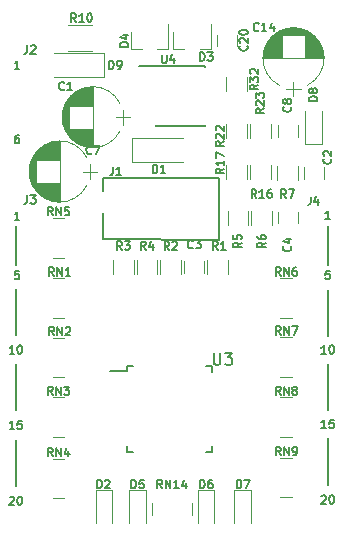
<source format=gbr>
G04 #@! TF.FileFunction,Legend,Top*
%FSLAX46Y46*%
G04 Gerber Fmt 4.6, Leading zero omitted, Abs format (unit mm)*
G04 Created by KiCad (PCBNEW 4.0.7) date 07/20/18 15:04:26*
%MOMM*%
%LPD*%
G01*
G04 APERTURE LIST*
%ADD10C,0.100000*%
%ADD11C,0.200000*%
%ADD12C,0.175000*%
%ADD13C,0.120000*%
%ADD14C,0.150000*%
G04 APERTURE END LIST*
D10*
D11*
X95800000Y-115300000D02*
X95800000Y-118600000D01*
X95800000Y-120650000D02*
X95800000Y-124550000D01*
X95800000Y-127000000D02*
X95800000Y-130900000D01*
X95800000Y-133400000D02*
X95800000Y-137300000D01*
X122200000Y-133300000D02*
X122200000Y-137200000D01*
X122200000Y-127000000D02*
X122200000Y-130900000D01*
X122200000Y-120700000D02*
X122200000Y-124600000D01*
X122200000Y-115300000D02*
X122200000Y-118600000D01*
D12*
X96033334Y-107616667D02*
X95900000Y-107616667D01*
X95833334Y-107650000D01*
X95800000Y-107683333D01*
X95733334Y-107783333D01*
X95700000Y-107916667D01*
X95700000Y-108183333D01*
X95733334Y-108250000D01*
X95766667Y-108283333D01*
X95833334Y-108316667D01*
X95966667Y-108316667D01*
X96033334Y-108283333D01*
X96066667Y-108250000D01*
X96100000Y-108183333D01*
X96100000Y-108016667D01*
X96066667Y-107950000D01*
X96033334Y-107916667D01*
X95966667Y-107883333D01*
X95833334Y-107883333D01*
X95766667Y-107916667D01*
X95733334Y-107950000D01*
X95700000Y-108016667D01*
X96100000Y-102016667D02*
X95700000Y-102016667D01*
X95900000Y-102016667D02*
X95900000Y-101316667D01*
X95833334Y-101416667D01*
X95766667Y-101483333D01*
X95700000Y-101516667D01*
X95266666Y-138283333D02*
X95300000Y-138250000D01*
X95366666Y-138216667D01*
X95533333Y-138216667D01*
X95600000Y-138250000D01*
X95633333Y-138283333D01*
X95666666Y-138350000D01*
X95666666Y-138416667D01*
X95633333Y-138516667D01*
X95233333Y-138916667D01*
X95666666Y-138916667D01*
X96100000Y-138216667D02*
X96166667Y-138216667D01*
X96233333Y-138250000D01*
X96266667Y-138283333D01*
X96300000Y-138350000D01*
X96333333Y-138483333D01*
X96333333Y-138650000D01*
X96300000Y-138783333D01*
X96266667Y-138850000D01*
X96233333Y-138883333D01*
X96166667Y-138916667D01*
X96100000Y-138916667D01*
X96033333Y-138883333D01*
X96000000Y-138850000D01*
X95966667Y-138783333D01*
X95933333Y-138650000D01*
X95933333Y-138483333D01*
X95966667Y-138350000D01*
X96000000Y-138283333D01*
X96033333Y-138250000D01*
X96100000Y-138216667D01*
X95666666Y-132516667D02*
X95266666Y-132516667D01*
X95466666Y-132516667D02*
X95466666Y-131816667D01*
X95400000Y-131916667D01*
X95333333Y-131983333D01*
X95266666Y-132016667D01*
X96300000Y-131816667D02*
X95966667Y-131816667D01*
X95933333Y-132150000D01*
X95966667Y-132116667D01*
X96033333Y-132083333D01*
X96200000Y-132083333D01*
X96266667Y-132116667D01*
X96300000Y-132150000D01*
X96333333Y-132216667D01*
X96333333Y-132383333D01*
X96300000Y-132450000D01*
X96266667Y-132483333D01*
X96200000Y-132516667D01*
X96033333Y-132516667D01*
X95966667Y-132483333D01*
X95933333Y-132450000D01*
X95666666Y-126116667D02*
X95266666Y-126116667D01*
X95466666Y-126116667D02*
X95466666Y-125416667D01*
X95400000Y-125516667D01*
X95333333Y-125583333D01*
X95266666Y-125616667D01*
X96100000Y-125416667D02*
X96166667Y-125416667D01*
X96233333Y-125450000D01*
X96266667Y-125483333D01*
X96300000Y-125550000D01*
X96333333Y-125683333D01*
X96333333Y-125850000D01*
X96300000Y-125983333D01*
X96266667Y-126050000D01*
X96233333Y-126083333D01*
X96166667Y-126116667D01*
X96100000Y-126116667D01*
X96033333Y-126083333D01*
X96000000Y-126050000D01*
X95966667Y-125983333D01*
X95933333Y-125850000D01*
X95933333Y-125683333D01*
X95966667Y-125550000D01*
X96000000Y-125483333D01*
X96033333Y-125450000D01*
X96100000Y-125416667D01*
X96066667Y-119116667D02*
X95733334Y-119116667D01*
X95700000Y-119450000D01*
X95733334Y-119416667D01*
X95800000Y-119383333D01*
X95966667Y-119383333D01*
X96033334Y-119416667D01*
X96066667Y-119450000D01*
X96100000Y-119516667D01*
X96100000Y-119683333D01*
X96066667Y-119750000D01*
X96033334Y-119783333D01*
X95966667Y-119816667D01*
X95800000Y-119816667D01*
X95733334Y-119783333D01*
X95700000Y-119750000D01*
X96100000Y-114816667D02*
X95700000Y-114816667D01*
X95900000Y-114816667D02*
X95900000Y-114116667D01*
X95833334Y-114216667D01*
X95766667Y-114283333D01*
X95700000Y-114316667D01*
X121666666Y-138183333D02*
X121700000Y-138150000D01*
X121766666Y-138116667D01*
X121933333Y-138116667D01*
X122000000Y-138150000D01*
X122033333Y-138183333D01*
X122066666Y-138250000D01*
X122066666Y-138316667D01*
X122033333Y-138416667D01*
X121633333Y-138816667D01*
X122066666Y-138816667D01*
X122500000Y-138116667D02*
X122566667Y-138116667D01*
X122633333Y-138150000D01*
X122666667Y-138183333D01*
X122700000Y-138250000D01*
X122733333Y-138383333D01*
X122733333Y-138550000D01*
X122700000Y-138683333D01*
X122666667Y-138750000D01*
X122633333Y-138783333D01*
X122566667Y-138816667D01*
X122500000Y-138816667D01*
X122433333Y-138783333D01*
X122400000Y-138750000D01*
X122366667Y-138683333D01*
X122333333Y-138550000D01*
X122333333Y-138383333D01*
X122366667Y-138250000D01*
X122400000Y-138183333D01*
X122433333Y-138150000D01*
X122500000Y-138116667D01*
X122066666Y-132416667D02*
X121666666Y-132416667D01*
X121866666Y-132416667D02*
X121866666Y-131716667D01*
X121800000Y-131816667D01*
X121733333Y-131883333D01*
X121666666Y-131916667D01*
X122700000Y-131716667D02*
X122366667Y-131716667D01*
X122333333Y-132050000D01*
X122366667Y-132016667D01*
X122433333Y-131983333D01*
X122600000Y-131983333D01*
X122666667Y-132016667D01*
X122700000Y-132050000D01*
X122733333Y-132116667D01*
X122733333Y-132283333D01*
X122700000Y-132350000D01*
X122666667Y-132383333D01*
X122600000Y-132416667D01*
X122433333Y-132416667D01*
X122366667Y-132383333D01*
X122333333Y-132350000D01*
X122066666Y-126116667D02*
X121666666Y-126116667D01*
X121866666Y-126116667D02*
X121866666Y-125416667D01*
X121800000Y-125516667D01*
X121733333Y-125583333D01*
X121666666Y-125616667D01*
X122500000Y-125416667D02*
X122566667Y-125416667D01*
X122633333Y-125450000D01*
X122666667Y-125483333D01*
X122700000Y-125550000D01*
X122733333Y-125683333D01*
X122733333Y-125850000D01*
X122700000Y-125983333D01*
X122666667Y-126050000D01*
X122633333Y-126083333D01*
X122566667Y-126116667D01*
X122500000Y-126116667D01*
X122433333Y-126083333D01*
X122400000Y-126050000D01*
X122366667Y-125983333D01*
X122333333Y-125850000D01*
X122333333Y-125683333D01*
X122366667Y-125550000D01*
X122400000Y-125483333D01*
X122433333Y-125450000D01*
X122500000Y-125416667D01*
X122366667Y-119116667D02*
X122033334Y-119116667D01*
X122000000Y-119450000D01*
X122033334Y-119416667D01*
X122100000Y-119383333D01*
X122266667Y-119383333D01*
X122333334Y-119416667D01*
X122366667Y-119450000D01*
X122400000Y-119516667D01*
X122400000Y-119683333D01*
X122366667Y-119750000D01*
X122333334Y-119783333D01*
X122266667Y-119816667D01*
X122100000Y-119816667D01*
X122033334Y-119783333D01*
X122000000Y-119750000D01*
X122400000Y-114716667D02*
X122000000Y-114716667D01*
X122200000Y-114716667D02*
X122200000Y-114016667D01*
X122133334Y-114116667D01*
X122066667Y-114183333D01*
X122000000Y-114216667D01*
D13*
X120150000Y-110300000D02*
X120150000Y-111300000D01*
X121850000Y-111300000D02*
X121850000Y-110300000D01*
X110050000Y-118300000D02*
X110050000Y-119300000D01*
X111750000Y-119300000D02*
X111750000Y-118300000D01*
X117950000Y-114100000D02*
X117950000Y-115100000D01*
X119650000Y-115100000D02*
X119650000Y-114100000D01*
X112850000Y-99100000D02*
X112850000Y-100100000D01*
X114550000Y-100100000D02*
X114550000Y-99100000D01*
X117950000Y-106800000D02*
X117950000Y-107800000D01*
X119650000Y-107800000D02*
X119650000Y-106800000D01*
X109950000Y-107900000D02*
X105650000Y-107900000D01*
X105650000Y-107900000D02*
X105650000Y-109900000D01*
X105650000Y-109900000D02*
X109950000Y-109900000D01*
X109120000Y-100360000D02*
X110050000Y-100360000D01*
X112280000Y-100360000D02*
X111350000Y-100360000D01*
X112280000Y-100360000D02*
X112280000Y-98200000D01*
X109120000Y-100360000D02*
X109120000Y-98900000D01*
X105520000Y-100360000D02*
X106450000Y-100360000D01*
X108680000Y-100360000D02*
X107750000Y-100360000D01*
X108680000Y-100360000D02*
X108680000Y-98200000D01*
X105520000Y-100360000D02*
X105520000Y-98900000D01*
D14*
X113009003Y-111279913D02*
X112999003Y-116459913D01*
X103179003Y-111279913D02*
X113009003Y-111279913D01*
X103179003Y-112379913D02*
X103179003Y-111279913D01*
X103149003Y-116449913D02*
X103149003Y-114249913D01*
X112999003Y-116459913D02*
X103149003Y-116449913D01*
D13*
X115620000Y-111350000D02*
X115620000Y-110150000D01*
X117380000Y-110150000D02*
X117380000Y-111350000D01*
X113620000Y-111350000D02*
X113620000Y-110150000D01*
X115380000Y-110150000D02*
X115380000Y-111350000D01*
X113780000Y-118200000D02*
X113780000Y-119400000D01*
X112020000Y-119400000D02*
X112020000Y-118200000D01*
X115380000Y-106650000D02*
X115380000Y-107850000D01*
X113620000Y-107850000D02*
X113620000Y-106650000D01*
X108020000Y-119400000D02*
X108020000Y-118200000D01*
X109780000Y-118200000D02*
X109780000Y-119400000D01*
X117380000Y-106650000D02*
X117380000Y-107850000D01*
X115620000Y-107850000D02*
X115620000Y-106650000D01*
X104020000Y-119400000D02*
X104020000Y-118200000D01*
X105780000Y-118200000D02*
X105780000Y-119400000D01*
X106020000Y-119400000D02*
X106020000Y-118200000D01*
X107780000Y-118200000D02*
X107780000Y-119400000D01*
X113720000Y-115200000D02*
X113720000Y-114000000D01*
X115480000Y-114000000D02*
X115480000Y-115200000D01*
X117480000Y-114000000D02*
X117480000Y-115200000D01*
X115720000Y-115200000D02*
X115720000Y-114000000D01*
X119680000Y-110200000D02*
X119680000Y-111400000D01*
X117920000Y-111400000D02*
X117920000Y-110200000D01*
X98900000Y-119720000D02*
X99900000Y-119720000D01*
X98900000Y-123080000D02*
X99900000Y-123080000D01*
X98900000Y-124770000D02*
X99900000Y-124770000D01*
X98900000Y-128130000D02*
X99900000Y-128130000D01*
X98900000Y-129820000D02*
X99900000Y-129820000D01*
X98900000Y-133180000D02*
X99900000Y-133180000D01*
X98900000Y-135020000D02*
X99900000Y-135020000D01*
X98900000Y-138380000D02*
X99900000Y-138380000D01*
X119200000Y-138280000D02*
X118200000Y-138280000D01*
X119200000Y-134920000D02*
X118200000Y-134920000D01*
X119200000Y-133180000D02*
X118200000Y-133180000D01*
X119200000Y-129820000D02*
X118200000Y-129820000D01*
D14*
X107625000Y-101725000D02*
X107625000Y-101775000D01*
X111775000Y-101725000D02*
X111775000Y-101870000D01*
X111775000Y-106875000D02*
X111775000Y-106730000D01*
X107625000Y-106875000D02*
X107625000Y-106730000D01*
X107625000Y-101725000D02*
X111775000Y-101725000D01*
X107625000Y-106875000D02*
X111775000Y-106875000D01*
X107625000Y-101775000D02*
X106225000Y-101775000D01*
X105175000Y-127175000D02*
X105175000Y-127625000D01*
X112425000Y-127175000D02*
X112425000Y-127700000D01*
X112425000Y-134425000D02*
X112425000Y-133900000D01*
X105175000Y-134425000D02*
X105175000Y-133900000D01*
X105175000Y-127175000D02*
X105700000Y-127175000D01*
X105175000Y-134425000D02*
X105700000Y-134425000D01*
X112425000Y-134425000D02*
X111900000Y-134425000D01*
X112425000Y-127175000D02*
X111900000Y-127175000D01*
X105175000Y-127625000D02*
X103800000Y-127625000D01*
D13*
X98900000Y-114620000D02*
X99900000Y-114620000D01*
X98900000Y-117980000D02*
X99900000Y-117980000D01*
X119200000Y-123080000D02*
X118200000Y-123080000D01*
X119200000Y-119720000D02*
X118200000Y-119720000D01*
X119200000Y-128080000D02*
X118200000Y-128080000D01*
X119200000Y-124720000D02*
X118200000Y-124720000D01*
X103950000Y-137700000D02*
X102550000Y-137700000D01*
X102550000Y-137700000D02*
X102550000Y-140500000D01*
X103950000Y-137700000D02*
X103950000Y-140500000D01*
X106800000Y-137700000D02*
X105400000Y-137700000D01*
X105400000Y-137700000D02*
X105400000Y-140500000D01*
X106800000Y-137700000D02*
X106800000Y-140500000D01*
X112600000Y-137700000D02*
X111200000Y-137700000D01*
X111200000Y-137700000D02*
X111200000Y-140500000D01*
X112600000Y-137700000D02*
X112600000Y-140500000D01*
X115700000Y-137700000D02*
X114300000Y-137700000D01*
X114300000Y-137700000D02*
X114300000Y-140500000D01*
X115700000Y-137700000D02*
X115700000Y-140500000D01*
X107320000Y-139750000D02*
X107320000Y-138750000D01*
X110680000Y-139750000D02*
X110680000Y-138750000D01*
X102250000Y-100470000D02*
X100250000Y-100470000D01*
X100250000Y-98330000D02*
X102250000Y-98330000D01*
X99994278Y-107279723D02*
G75*
G03X104605580Y-107280000I2305722J1179723D01*
G01*
X99994278Y-104920277D02*
G75*
G02X104605580Y-104920000I2305722J-1179723D01*
G01*
X99994278Y-104920277D02*
G75*
G03X99994420Y-107280000I2305722J-1179723D01*
G01*
X102300000Y-108650000D02*
X102300000Y-103550000D01*
X102260000Y-108650000D02*
X102260000Y-107080000D01*
X102260000Y-105120000D02*
X102260000Y-103550000D01*
X102220000Y-108649000D02*
X102220000Y-107080000D01*
X102220000Y-105120000D02*
X102220000Y-103551000D01*
X102180000Y-108648000D02*
X102180000Y-107080000D01*
X102180000Y-105120000D02*
X102180000Y-103552000D01*
X102140000Y-108646000D02*
X102140000Y-107080000D01*
X102140000Y-105120000D02*
X102140000Y-103554000D01*
X102100000Y-108643000D02*
X102100000Y-107080000D01*
X102100000Y-105120000D02*
X102100000Y-103557000D01*
X102060000Y-108639000D02*
X102060000Y-107080000D01*
X102060000Y-105120000D02*
X102060000Y-103561000D01*
X102020000Y-108635000D02*
X102020000Y-107080000D01*
X102020000Y-105120000D02*
X102020000Y-103565000D01*
X101980000Y-108631000D02*
X101980000Y-107080000D01*
X101980000Y-105120000D02*
X101980000Y-103569000D01*
X101940000Y-108625000D02*
X101940000Y-107080000D01*
X101940000Y-105120000D02*
X101940000Y-103575000D01*
X101900000Y-108619000D02*
X101900000Y-107080000D01*
X101900000Y-105120000D02*
X101900000Y-103581000D01*
X101860000Y-108613000D02*
X101860000Y-107080000D01*
X101860000Y-105120000D02*
X101860000Y-103587000D01*
X101820000Y-108606000D02*
X101820000Y-107080000D01*
X101820000Y-105120000D02*
X101820000Y-103594000D01*
X101780000Y-108598000D02*
X101780000Y-107080000D01*
X101780000Y-105120000D02*
X101780000Y-103602000D01*
X101740000Y-108589000D02*
X101740000Y-107080000D01*
X101740000Y-105120000D02*
X101740000Y-103611000D01*
X101700000Y-108580000D02*
X101700000Y-107080000D01*
X101700000Y-105120000D02*
X101700000Y-103620000D01*
X101660000Y-108570000D02*
X101660000Y-107080000D01*
X101660000Y-105120000D02*
X101660000Y-103630000D01*
X101620000Y-108560000D02*
X101620000Y-107080000D01*
X101620000Y-105120000D02*
X101620000Y-103640000D01*
X101579000Y-108548000D02*
X101579000Y-107080000D01*
X101579000Y-105120000D02*
X101579000Y-103652000D01*
X101539000Y-108536000D02*
X101539000Y-107080000D01*
X101539000Y-105120000D02*
X101539000Y-103664000D01*
X101499000Y-108524000D02*
X101499000Y-107080000D01*
X101499000Y-105120000D02*
X101499000Y-103676000D01*
X101459000Y-108510000D02*
X101459000Y-107080000D01*
X101459000Y-105120000D02*
X101459000Y-103690000D01*
X101419000Y-108496000D02*
X101419000Y-107080000D01*
X101419000Y-105120000D02*
X101419000Y-103704000D01*
X101379000Y-108482000D02*
X101379000Y-107080000D01*
X101379000Y-105120000D02*
X101379000Y-103718000D01*
X101339000Y-108466000D02*
X101339000Y-107080000D01*
X101339000Y-105120000D02*
X101339000Y-103734000D01*
X101299000Y-108450000D02*
X101299000Y-107080000D01*
X101299000Y-105120000D02*
X101299000Y-103750000D01*
X101259000Y-108433000D02*
X101259000Y-107080000D01*
X101259000Y-105120000D02*
X101259000Y-103767000D01*
X101219000Y-108415000D02*
X101219000Y-107080000D01*
X101219000Y-105120000D02*
X101219000Y-103785000D01*
X101179000Y-108396000D02*
X101179000Y-107080000D01*
X101179000Y-105120000D02*
X101179000Y-103804000D01*
X101139000Y-108376000D02*
X101139000Y-107080000D01*
X101139000Y-105120000D02*
X101139000Y-103824000D01*
X101099000Y-108356000D02*
X101099000Y-107080000D01*
X101099000Y-105120000D02*
X101099000Y-103844000D01*
X101059000Y-108334000D02*
X101059000Y-107080000D01*
X101059000Y-105120000D02*
X101059000Y-103866000D01*
X101019000Y-108312000D02*
X101019000Y-107080000D01*
X101019000Y-105120000D02*
X101019000Y-103888000D01*
X100979000Y-108289000D02*
X100979000Y-107080000D01*
X100979000Y-105120000D02*
X100979000Y-103911000D01*
X100939000Y-108265000D02*
X100939000Y-107080000D01*
X100939000Y-105120000D02*
X100939000Y-103935000D01*
X100899000Y-108240000D02*
X100899000Y-107080000D01*
X100899000Y-105120000D02*
X100899000Y-103960000D01*
X100859000Y-108213000D02*
X100859000Y-107080000D01*
X100859000Y-105120000D02*
X100859000Y-103987000D01*
X100819000Y-108186000D02*
X100819000Y-107080000D01*
X100819000Y-105120000D02*
X100819000Y-104014000D01*
X100779000Y-108158000D02*
X100779000Y-107080000D01*
X100779000Y-105120000D02*
X100779000Y-104042000D01*
X100739000Y-108128000D02*
X100739000Y-107080000D01*
X100739000Y-105120000D02*
X100739000Y-104072000D01*
X100699000Y-108097000D02*
X100699000Y-107080000D01*
X100699000Y-105120000D02*
X100699000Y-104103000D01*
X100659000Y-108065000D02*
X100659000Y-107080000D01*
X100659000Y-105120000D02*
X100659000Y-104135000D01*
X100619000Y-108032000D02*
X100619000Y-107080000D01*
X100619000Y-105120000D02*
X100619000Y-104168000D01*
X100579000Y-107997000D02*
X100579000Y-107080000D01*
X100579000Y-105120000D02*
X100579000Y-104203000D01*
X100539000Y-107961000D02*
X100539000Y-107080000D01*
X100539000Y-105120000D02*
X100539000Y-104239000D01*
X100499000Y-107923000D02*
X100499000Y-107080000D01*
X100499000Y-105120000D02*
X100499000Y-104277000D01*
X100459000Y-107883000D02*
X100459000Y-107080000D01*
X100459000Y-105120000D02*
X100459000Y-104317000D01*
X100419000Y-107842000D02*
X100419000Y-107080000D01*
X100419000Y-105120000D02*
X100419000Y-104358000D01*
X100379000Y-107799000D02*
X100379000Y-107080000D01*
X100379000Y-105120000D02*
X100379000Y-104401000D01*
X100339000Y-107754000D02*
X100339000Y-107080000D01*
X100339000Y-105120000D02*
X100339000Y-104446000D01*
X100299000Y-107706000D02*
X100299000Y-104494000D01*
X100259000Y-107656000D02*
X100259000Y-104544000D01*
X100219000Y-107604000D02*
X100219000Y-104596000D01*
X100179000Y-107548000D02*
X100179000Y-104652000D01*
X100139000Y-107490000D02*
X100139000Y-104710000D01*
X100099000Y-107427000D02*
X100099000Y-104773000D01*
X100059000Y-107361000D02*
X100059000Y-104839000D01*
X100019000Y-107289000D02*
X100019000Y-104911000D01*
X99979000Y-107212000D02*
X99979000Y-104988000D01*
X99939000Y-107128000D02*
X99939000Y-105072000D01*
X99899000Y-107034000D02*
X99899000Y-105166000D01*
X99859000Y-106929000D02*
X99859000Y-105271000D01*
X99819000Y-106807000D02*
X99819000Y-105393000D01*
X99779000Y-106659000D02*
X99779000Y-105541000D01*
X99739000Y-106454000D02*
X99739000Y-105746000D01*
X105500000Y-106100000D02*
X104300000Y-106100000D01*
X104900000Y-106750000D02*
X104900000Y-105450000D01*
X97194278Y-111879723D02*
G75*
G03X101805580Y-111880000I2305722J1179723D01*
G01*
X97194278Y-109520277D02*
G75*
G02X101805580Y-109520000I2305722J-1179723D01*
G01*
X97194278Y-109520277D02*
G75*
G03X97194420Y-111880000I2305722J-1179723D01*
G01*
X99500000Y-113250000D02*
X99500000Y-108150000D01*
X99460000Y-113250000D02*
X99460000Y-111680000D01*
X99460000Y-109720000D02*
X99460000Y-108150000D01*
X99420000Y-113249000D02*
X99420000Y-111680000D01*
X99420000Y-109720000D02*
X99420000Y-108151000D01*
X99380000Y-113248000D02*
X99380000Y-111680000D01*
X99380000Y-109720000D02*
X99380000Y-108152000D01*
X99340000Y-113246000D02*
X99340000Y-111680000D01*
X99340000Y-109720000D02*
X99340000Y-108154000D01*
X99300000Y-113243000D02*
X99300000Y-111680000D01*
X99300000Y-109720000D02*
X99300000Y-108157000D01*
X99260000Y-113239000D02*
X99260000Y-111680000D01*
X99260000Y-109720000D02*
X99260000Y-108161000D01*
X99220000Y-113235000D02*
X99220000Y-111680000D01*
X99220000Y-109720000D02*
X99220000Y-108165000D01*
X99180000Y-113231000D02*
X99180000Y-111680000D01*
X99180000Y-109720000D02*
X99180000Y-108169000D01*
X99140000Y-113225000D02*
X99140000Y-111680000D01*
X99140000Y-109720000D02*
X99140000Y-108175000D01*
X99100000Y-113219000D02*
X99100000Y-111680000D01*
X99100000Y-109720000D02*
X99100000Y-108181000D01*
X99060000Y-113213000D02*
X99060000Y-111680000D01*
X99060000Y-109720000D02*
X99060000Y-108187000D01*
X99020000Y-113206000D02*
X99020000Y-111680000D01*
X99020000Y-109720000D02*
X99020000Y-108194000D01*
X98980000Y-113198000D02*
X98980000Y-111680000D01*
X98980000Y-109720000D02*
X98980000Y-108202000D01*
X98940000Y-113189000D02*
X98940000Y-111680000D01*
X98940000Y-109720000D02*
X98940000Y-108211000D01*
X98900000Y-113180000D02*
X98900000Y-111680000D01*
X98900000Y-109720000D02*
X98900000Y-108220000D01*
X98860000Y-113170000D02*
X98860000Y-111680000D01*
X98860000Y-109720000D02*
X98860000Y-108230000D01*
X98820000Y-113160000D02*
X98820000Y-111680000D01*
X98820000Y-109720000D02*
X98820000Y-108240000D01*
X98779000Y-113148000D02*
X98779000Y-111680000D01*
X98779000Y-109720000D02*
X98779000Y-108252000D01*
X98739000Y-113136000D02*
X98739000Y-111680000D01*
X98739000Y-109720000D02*
X98739000Y-108264000D01*
X98699000Y-113124000D02*
X98699000Y-111680000D01*
X98699000Y-109720000D02*
X98699000Y-108276000D01*
X98659000Y-113110000D02*
X98659000Y-111680000D01*
X98659000Y-109720000D02*
X98659000Y-108290000D01*
X98619000Y-113096000D02*
X98619000Y-111680000D01*
X98619000Y-109720000D02*
X98619000Y-108304000D01*
X98579000Y-113082000D02*
X98579000Y-111680000D01*
X98579000Y-109720000D02*
X98579000Y-108318000D01*
X98539000Y-113066000D02*
X98539000Y-111680000D01*
X98539000Y-109720000D02*
X98539000Y-108334000D01*
X98499000Y-113050000D02*
X98499000Y-111680000D01*
X98499000Y-109720000D02*
X98499000Y-108350000D01*
X98459000Y-113033000D02*
X98459000Y-111680000D01*
X98459000Y-109720000D02*
X98459000Y-108367000D01*
X98419000Y-113015000D02*
X98419000Y-111680000D01*
X98419000Y-109720000D02*
X98419000Y-108385000D01*
X98379000Y-112996000D02*
X98379000Y-111680000D01*
X98379000Y-109720000D02*
X98379000Y-108404000D01*
X98339000Y-112976000D02*
X98339000Y-111680000D01*
X98339000Y-109720000D02*
X98339000Y-108424000D01*
X98299000Y-112956000D02*
X98299000Y-111680000D01*
X98299000Y-109720000D02*
X98299000Y-108444000D01*
X98259000Y-112934000D02*
X98259000Y-111680000D01*
X98259000Y-109720000D02*
X98259000Y-108466000D01*
X98219000Y-112912000D02*
X98219000Y-111680000D01*
X98219000Y-109720000D02*
X98219000Y-108488000D01*
X98179000Y-112889000D02*
X98179000Y-111680000D01*
X98179000Y-109720000D02*
X98179000Y-108511000D01*
X98139000Y-112865000D02*
X98139000Y-111680000D01*
X98139000Y-109720000D02*
X98139000Y-108535000D01*
X98099000Y-112840000D02*
X98099000Y-111680000D01*
X98099000Y-109720000D02*
X98099000Y-108560000D01*
X98059000Y-112813000D02*
X98059000Y-111680000D01*
X98059000Y-109720000D02*
X98059000Y-108587000D01*
X98019000Y-112786000D02*
X98019000Y-111680000D01*
X98019000Y-109720000D02*
X98019000Y-108614000D01*
X97979000Y-112758000D02*
X97979000Y-111680000D01*
X97979000Y-109720000D02*
X97979000Y-108642000D01*
X97939000Y-112728000D02*
X97939000Y-111680000D01*
X97939000Y-109720000D02*
X97939000Y-108672000D01*
X97899000Y-112697000D02*
X97899000Y-111680000D01*
X97899000Y-109720000D02*
X97899000Y-108703000D01*
X97859000Y-112665000D02*
X97859000Y-111680000D01*
X97859000Y-109720000D02*
X97859000Y-108735000D01*
X97819000Y-112632000D02*
X97819000Y-111680000D01*
X97819000Y-109720000D02*
X97819000Y-108768000D01*
X97779000Y-112597000D02*
X97779000Y-111680000D01*
X97779000Y-109720000D02*
X97779000Y-108803000D01*
X97739000Y-112561000D02*
X97739000Y-111680000D01*
X97739000Y-109720000D02*
X97739000Y-108839000D01*
X97699000Y-112523000D02*
X97699000Y-111680000D01*
X97699000Y-109720000D02*
X97699000Y-108877000D01*
X97659000Y-112483000D02*
X97659000Y-111680000D01*
X97659000Y-109720000D02*
X97659000Y-108917000D01*
X97619000Y-112442000D02*
X97619000Y-111680000D01*
X97619000Y-109720000D02*
X97619000Y-108958000D01*
X97579000Y-112399000D02*
X97579000Y-111680000D01*
X97579000Y-109720000D02*
X97579000Y-109001000D01*
X97539000Y-112354000D02*
X97539000Y-111680000D01*
X97539000Y-109720000D02*
X97539000Y-109046000D01*
X97499000Y-112306000D02*
X97499000Y-109094000D01*
X97459000Y-112256000D02*
X97459000Y-109144000D01*
X97419000Y-112204000D02*
X97419000Y-109196000D01*
X97379000Y-112148000D02*
X97379000Y-109252000D01*
X97339000Y-112090000D02*
X97339000Y-109310000D01*
X97299000Y-112027000D02*
X97299000Y-109373000D01*
X97259000Y-111961000D02*
X97259000Y-109439000D01*
X97219000Y-111889000D02*
X97219000Y-109511000D01*
X97179000Y-111812000D02*
X97179000Y-109588000D01*
X97139000Y-111728000D02*
X97139000Y-109672000D01*
X97099000Y-111634000D02*
X97099000Y-109766000D01*
X97059000Y-111529000D02*
X97059000Y-109871000D01*
X97019000Y-111407000D02*
X97019000Y-109993000D01*
X96979000Y-111259000D02*
X96979000Y-110141000D01*
X96939000Y-111054000D02*
X96939000Y-110346000D01*
X102700000Y-110700000D02*
X101500000Y-110700000D01*
X102100000Y-111350000D02*
X102100000Y-110050000D01*
X118120277Y-98794278D02*
G75*
G03X118120000Y-103405580I1179723J-2305722D01*
G01*
X120479723Y-98794278D02*
G75*
G02X120480000Y-103405580I-1179723J-2305722D01*
G01*
X120479723Y-98794278D02*
G75*
G03X118120000Y-98794420I-1179723J-2305722D01*
G01*
X116750000Y-101100000D02*
X121850000Y-101100000D01*
X116750000Y-101060000D02*
X118320000Y-101060000D01*
X120280000Y-101060000D02*
X121850000Y-101060000D01*
X116751000Y-101020000D02*
X118320000Y-101020000D01*
X120280000Y-101020000D02*
X121849000Y-101020000D01*
X116752000Y-100980000D02*
X118320000Y-100980000D01*
X120280000Y-100980000D02*
X121848000Y-100980000D01*
X116754000Y-100940000D02*
X118320000Y-100940000D01*
X120280000Y-100940000D02*
X121846000Y-100940000D01*
X116757000Y-100900000D02*
X118320000Y-100900000D01*
X120280000Y-100900000D02*
X121843000Y-100900000D01*
X116761000Y-100860000D02*
X118320000Y-100860000D01*
X120280000Y-100860000D02*
X121839000Y-100860000D01*
X116765000Y-100820000D02*
X118320000Y-100820000D01*
X120280000Y-100820000D02*
X121835000Y-100820000D01*
X116769000Y-100780000D02*
X118320000Y-100780000D01*
X120280000Y-100780000D02*
X121831000Y-100780000D01*
X116775000Y-100740000D02*
X118320000Y-100740000D01*
X120280000Y-100740000D02*
X121825000Y-100740000D01*
X116781000Y-100700000D02*
X118320000Y-100700000D01*
X120280000Y-100700000D02*
X121819000Y-100700000D01*
X116787000Y-100660000D02*
X118320000Y-100660000D01*
X120280000Y-100660000D02*
X121813000Y-100660000D01*
X116794000Y-100620000D02*
X118320000Y-100620000D01*
X120280000Y-100620000D02*
X121806000Y-100620000D01*
X116802000Y-100580000D02*
X118320000Y-100580000D01*
X120280000Y-100580000D02*
X121798000Y-100580000D01*
X116811000Y-100540000D02*
X118320000Y-100540000D01*
X120280000Y-100540000D02*
X121789000Y-100540000D01*
X116820000Y-100500000D02*
X118320000Y-100500000D01*
X120280000Y-100500000D02*
X121780000Y-100500000D01*
X116830000Y-100460000D02*
X118320000Y-100460000D01*
X120280000Y-100460000D02*
X121770000Y-100460000D01*
X116840000Y-100420000D02*
X118320000Y-100420000D01*
X120280000Y-100420000D02*
X121760000Y-100420000D01*
X116852000Y-100379000D02*
X118320000Y-100379000D01*
X120280000Y-100379000D02*
X121748000Y-100379000D01*
X116864000Y-100339000D02*
X118320000Y-100339000D01*
X120280000Y-100339000D02*
X121736000Y-100339000D01*
X116876000Y-100299000D02*
X118320000Y-100299000D01*
X120280000Y-100299000D02*
X121724000Y-100299000D01*
X116890000Y-100259000D02*
X118320000Y-100259000D01*
X120280000Y-100259000D02*
X121710000Y-100259000D01*
X116904000Y-100219000D02*
X118320000Y-100219000D01*
X120280000Y-100219000D02*
X121696000Y-100219000D01*
X116918000Y-100179000D02*
X118320000Y-100179000D01*
X120280000Y-100179000D02*
X121682000Y-100179000D01*
X116934000Y-100139000D02*
X118320000Y-100139000D01*
X120280000Y-100139000D02*
X121666000Y-100139000D01*
X116950000Y-100099000D02*
X118320000Y-100099000D01*
X120280000Y-100099000D02*
X121650000Y-100099000D01*
X116967000Y-100059000D02*
X118320000Y-100059000D01*
X120280000Y-100059000D02*
X121633000Y-100059000D01*
X116985000Y-100019000D02*
X118320000Y-100019000D01*
X120280000Y-100019000D02*
X121615000Y-100019000D01*
X117004000Y-99979000D02*
X118320000Y-99979000D01*
X120280000Y-99979000D02*
X121596000Y-99979000D01*
X117024000Y-99939000D02*
X118320000Y-99939000D01*
X120280000Y-99939000D02*
X121576000Y-99939000D01*
X117044000Y-99899000D02*
X118320000Y-99899000D01*
X120280000Y-99899000D02*
X121556000Y-99899000D01*
X117066000Y-99859000D02*
X118320000Y-99859000D01*
X120280000Y-99859000D02*
X121534000Y-99859000D01*
X117088000Y-99819000D02*
X118320000Y-99819000D01*
X120280000Y-99819000D02*
X121512000Y-99819000D01*
X117111000Y-99779000D02*
X118320000Y-99779000D01*
X120280000Y-99779000D02*
X121489000Y-99779000D01*
X117135000Y-99739000D02*
X118320000Y-99739000D01*
X120280000Y-99739000D02*
X121465000Y-99739000D01*
X117160000Y-99699000D02*
X118320000Y-99699000D01*
X120280000Y-99699000D02*
X121440000Y-99699000D01*
X117187000Y-99659000D02*
X118320000Y-99659000D01*
X120280000Y-99659000D02*
X121413000Y-99659000D01*
X117214000Y-99619000D02*
X118320000Y-99619000D01*
X120280000Y-99619000D02*
X121386000Y-99619000D01*
X117242000Y-99579000D02*
X118320000Y-99579000D01*
X120280000Y-99579000D02*
X121358000Y-99579000D01*
X117272000Y-99539000D02*
X118320000Y-99539000D01*
X120280000Y-99539000D02*
X121328000Y-99539000D01*
X117303000Y-99499000D02*
X118320000Y-99499000D01*
X120280000Y-99499000D02*
X121297000Y-99499000D01*
X117335000Y-99459000D02*
X118320000Y-99459000D01*
X120280000Y-99459000D02*
X121265000Y-99459000D01*
X117368000Y-99419000D02*
X118320000Y-99419000D01*
X120280000Y-99419000D02*
X121232000Y-99419000D01*
X117403000Y-99379000D02*
X118320000Y-99379000D01*
X120280000Y-99379000D02*
X121197000Y-99379000D01*
X117439000Y-99339000D02*
X118320000Y-99339000D01*
X120280000Y-99339000D02*
X121161000Y-99339000D01*
X117477000Y-99299000D02*
X118320000Y-99299000D01*
X120280000Y-99299000D02*
X121123000Y-99299000D01*
X117517000Y-99259000D02*
X118320000Y-99259000D01*
X120280000Y-99259000D02*
X121083000Y-99259000D01*
X117558000Y-99219000D02*
X118320000Y-99219000D01*
X120280000Y-99219000D02*
X121042000Y-99219000D01*
X117601000Y-99179000D02*
X118320000Y-99179000D01*
X120280000Y-99179000D02*
X120999000Y-99179000D01*
X117646000Y-99139000D02*
X118320000Y-99139000D01*
X120280000Y-99139000D02*
X120954000Y-99139000D01*
X117694000Y-99099000D02*
X120906000Y-99099000D01*
X117744000Y-99059000D02*
X120856000Y-99059000D01*
X117796000Y-99019000D02*
X120804000Y-99019000D01*
X117852000Y-98979000D02*
X120748000Y-98979000D01*
X117910000Y-98939000D02*
X120690000Y-98939000D01*
X117973000Y-98899000D02*
X120627000Y-98899000D01*
X118039000Y-98859000D02*
X120561000Y-98859000D01*
X118111000Y-98819000D02*
X120489000Y-98819000D01*
X118188000Y-98779000D02*
X120412000Y-98779000D01*
X118272000Y-98739000D02*
X120328000Y-98739000D01*
X118366000Y-98699000D02*
X120234000Y-98699000D01*
X118471000Y-98659000D02*
X120129000Y-98659000D01*
X118593000Y-98619000D02*
X120007000Y-98619000D01*
X118741000Y-98579000D02*
X119859000Y-98579000D01*
X118946000Y-98539000D02*
X119654000Y-98539000D01*
X119300000Y-104300000D02*
X119300000Y-103100000D01*
X118650000Y-103700000D02*
X119950000Y-103700000D01*
X120300000Y-108400000D02*
X121700000Y-108400000D01*
X121700000Y-108400000D02*
X121700000Y-105600000D01*
X120300000Y-108400000D02*
X120300000Y-105600000D01*
X113620000Y-103900000D02*
X113620000Y-102700000D01*
X115380000Y-102700000D02*
X115380000Y-103900000D01*
X99000000Y-102700000D02*
X103300000Y-102700000D01*
X103300000Y-102700000D02*
X103300000Y-100700000D01*
X103300000Y-100700000D02*
X99000000Y-100700000D01*
D14*
X122450000Y-109616666D02*
X122483333Y-109650000D01*
X122516667Y-109750000D01*
X122516667Y-109816666D01*
X122483333Y-109916666D01*
X122416667Y-109983333D01*
X122350000Y-110016666D01*
X122216667Y-110050000D01*
X122116667Y-110050000D01*
X121983333Y-110016666D01*
X121916667Y-109983333D01*
X121850000Y-109916666D01*
X121816667Y-109816666D01*
X121816667Y-109750000D01*
X121850000Y-109650000D01*
X121883333Y-109616666D01*
X121883333Y-109350000D02*
X121850000Y-109316666D01*
X121816667Y-109250000D01*
X121816667Y-109083333D01*
X121850000Y-109016666D01*
X121883333Y-108983333D01*
X121950000Y-108950000D01*
X122016667Y-108950000D01*
X122116667Y-108983333D01*
X122516667Y-109383333D01*
X122516667Y-108950000D01*
X110783334Y-117150000D02*
X110750000Y-117183333D01*
X110650000Y-117216667D01*
X110583334Y-117216667D01*
X110483334Y-117183333D01*
X110416667Y-117116667D01*
X110383334Y-117050000D01*
X110350000Y-116916667D01*
X110350000Y-116816667D01*
X110383334Y-116683333D01*
X110416667Y-116616667D01*
X110483334Y-116550000D01*
X110583334Y-116516667D01*
X110650000Y-116516667D01*
X110750000Y-116550000D01*
X110783334Y-116583333D01*
X111016667Y-116516667D02*
X111450000Y-116516667D01*
X111216667Y-116783333D01*
X111316667Y-116783333D01*
X111383334Y-116816667D01*
X111416667Y-116850000D01*
X111450000Y-116916667D01*
X111450000Y-117083333D01*
X111416667Y-117150000D01*
X111383334Y-117183333D01*
X111316667Y-117216667D01*
X111116667Y-117216667D01*
X111050000Y-117183333D01*
X111016667Y-117150000D01*
X119050000Y-117016666D02*
X119083333Y-117050000D01*
X119116667Y-117150000D01*
X119116667Y-117216666D01*
X119083333Y-117316666D01*
X119016667Y-117383333D01*
X118950000Y-117416666D01*
X118816667Y-117450000D01*
X118716667Y-117450000D01*
X118583333Y-117416666D01*
X118516667Y-117383333D01*
X118450000Y-117316666D01*
X118416667Y-117216666D01*
X118416667Y-117150000D01*
X118450000Y-117050000D01*
X118483333Y-117016666D01*
X118650000Y-116416666D02*
X119116667Y-116416666D01*
X118383333Y-116583333D02*
X118883333Y-116750000D01*
X118883333Y-116316666D01*
X115350000Y-100050000D02*
X115383333Y-100083334D01*
X115416667Y-100183334D01*
X115416667Y-100250000D01*
X115383333Y-100350000D01*
X115316667Y-100416667D01*
X115250000Y-100450000D01*
X115116667Y-100483334D01*
X115016667Y-100483334D01*
X114883333Y-100450000D01*
X114816667Y-100416667D01*
X114750000Y-100350000D01*
X114716667Y-100250000D01*
X114716667Y-100183334D01*
X114750000Y-100083334D01*
X114783333Y-100050000D01*
X114783333Y-99783334D02*
X114750000Y-99750000D01*
X114716667Y-99683334D01*
X114716667Y-99516667D01*
X114750000Y-99450000D01*
X114783333Y-99416667D01*
X114850000Y-99383334D01*
X114916667Y-99383334D01*
X115016667Y-99416667D01*
X115416667Y-99816667D01*
X115416667Y-99383334D01*
X114716667Y-98950000D02*
X114716667Y-98883333D01*
X114750000Y-98816667D01*
X114783333Y-98783333D01*
X114850000Y-98750000D01*
X114983333Y-98716667D01*
X115150000Y-98716667D01*
X115283333Y-98750000D01*
X115350000Y-98783333D01*
X115383333Y-98816667D01*
X115416667Y-98883333D01*
X115416667Y-98950000D01*
X115383333Y-99016667D01*
X115350000Y-99050000D01*
X115283333Y-99083333D01*
X115150000Y-99116667D01*
X114983333Y-99116667D01*
X114850000Y-99083333D01*
X114783333Y-99050000D01*
X114750000Y-99016667D01*
X114716667Y-98950000D01*
X119050000Y-105216666D02*
X119083333Y-105250000D01*
X119116667Y-105350000D01*
X119116667Y-105416666D01*
X119083333Y-105516666D01*
X119016667Y-105583333D01*
X118950000Y-105616666D01*
X118816667Y-105650000D01*
X118716667Y-105650000D01*
X118583333Y-105616666D01*
X118516667Y-105583333D01*
X118450000Y-105516666D01*
X118416667Y-105416666D01*
X118416667Y-105350000D01*
X118450000Y-105250000D01*
X118483333Y-105216666D01*
X118716667Y-104816666D02*
X118683333Y-104883333D01*
X118650000Y-104916666D01*
X118583333Y-104950000D01*
X118550000Y-104950000D01*
X118483333Y-104916666D01*
X118450000Y-104883333D01*
X118416667Y-104816666D01*
X118416667Y-104683333D01*
X118450000Y-104616666D01*
X118483333Y-104583333D01*
X118550000Y-104550000D01*
X118583333Y-104550000D01*
X118650000Y-104583333D01*
X118683333Y-104616666D01*
X118716667Y-104683333D01*
X118716667Y-104816666D01*
X118750000Y-104883333D01*
X118783333Y-104916666D01*
X118850000Y-104950000D01*
X118983333Y-104950000D01*
X119050000Y-104916666D01*
X119083333Y-104883333D01*
X119116667Y-104816666D01*
X119116667Y-104683333D01*
X119083333Y-104616666D01*
X119050000Y-104583333D01*
X118983333Y-104550000D01*
X118850000Y-104550000D01*
X118783333Y-104583333D01*
X118750000Y-104616666D01*
X118716667Y-104683333D01*
X107383334Y-110816667D02*
X107383334Y-110116667D01*
X107550000Y-110116667D01*
X107650000Y-110150000D01*
X107716667Y-110216667D01*
X107750000Y-110283333D01*
X107783334Y-110416667D01*
X107783334Y-110516667D01*
X107750000Y-110650000D01*
X107716667Y-110716667D01*
X107650000Y-110783333D01*
X107550000Y-110816667D01*
X107383334Y-110816667D01*
X108450000Y-110816667D02*
X108050000Y-110816667D01*
X108250000Y-110816667D02*
X108250000Y-110116667D01*
X108183334Y-110216667D01*
X108116667Y-110283333D01*
X108050000Y-110316667D01*
X111383334Y-101316667D02*
X111383334Y-100616667D01*
X111550000Y-100616667D01*
X111650000Y-100650000D01*
X111716667Y-100716667D01*
X111750000Y-100783333D01*
X111783334Y-100916667D01*
X111783334Y-101016667D01*
X111750000Y-101150000D01*
X111716667Y-101216667D01*
X111650000Y-101283333D01*
X111550000Y-101316667D01*
X111383334Y-101316667D01*
X112016667Y-100616667D02*
X112450000Y-100616667D01*
X112216667Y-100883333D01*
X112316667Y-100883333D01*
X112383334Y-100916667D01*
X112416667Y-100950000D01*
X112450000Y-101016667D01*
X112450000Y-101183333D01*
X112416667Y-101250000D01*
X112383334Y-101283333D01*
X112316667Y-101316667D01*
X112116667Y-101316667D01*
X112050000Y-101283333D01*
X112016667Y-101250000D01*
X105316667Y-100116666D02*
X104616667Y-100116666D01*
X104616667Y-99950000D01*
X104650000Y-99850000D01*
X104716667Y-99783333D01*
X104783333Y-99750000D01*
X104916667Y-99716666D01*
X105016667Y-99716666D01*
X105150000Y-99750000D01*
X105216667Y-99783333D01*
X105283333Y-99850000D01*
X105316667Y-99950000D01*
X105316667Y-100116666D01*
X104850000Y-99116666D02*
X105316667Y-99116666D01*
X104583333Y-99283333D02*
X105083333Y-99450000D01*
X105083333Y-99016666D01*
X104005670Y-110316580D02*
X104005670Y-110816580D01*
X103972336Y-110916580D01*
X103905670Y-110983246D01*
X103805670Y-111016580D01*
X103739003Y-111016580D01*
X104705669Y-111016580D02*
X104305669Y-111016580D01*
X104505669Y-111016580D02*
X104505669Y-110316580D01*
X104439003Y-110416580D01*
X104372336Y-110483246D01*
X104305669Y-110516580D01*
X116150000Y-112916667D02*
X115916666Y-112583333D01*
X115750000Y-112916667D02*
X115750000Y-112216667D01*
X116016666Y-112216667D01*
X116083333Y-112250000D01*
X116116666Y-112283333D01*
X116150000Y-112350000D01*
X116150000Y-112450000D01*
X116116666Y-112516667D01*
X116083333Y-112550000D01*
X116016666Y-112583333D01*
X115750000Y-112583333D01*
X116816666Y-112916667D02*
X116416666Y-112916667D01*
X116616666Y-112916667D02*
X116616666Y-112216667D01*
X116550000Y-112316667D01*
X116483333Y-112383333D01*
X116416666Y-112416667D01*
X117416667Y-112216667D02*
X117283333Y-112216667D01*
X117216667Y-112250000D01*
X117183333Y-112283333D01*
X117116667Y-112383333D01*
X117083333Y-112516667D01*
X117083333Y-112783333D01*
X117116667Y-112850000D01*
X117150000Y-112883333D01*
X117216667Y-112916667D01*
X117350000Y-112916667D01*
X117416667Y-112883333D01*
X117450000Y-112850000D01*
X117483333Y-112783333D01*
X117483333Y-112616667D01*
X117450000Y-112550000D01*
X117416667Y-112516667D01*
X117350000Y-112483333D01*
X117216667Y-112483333D01*
X117150000Y-112516667D01*
X117116667Y-112550000D01*
X117083333Y-112616667D01*
X113416667Y-110450000D02*
X113083333Y-110683334D01*
X113416667Y-110850000D02*
X112716667Y-110850000D01*
X112716667Y-110583334D01*
X112750000Y-110516667D01*
X112783333Y-110483334D01*
X112850000Y-110450000D01*
X112950000Y-110450000D01*
X113016667Y-110483334D01*
X113050000Y-110516667D01*
X113083333Y-110583334D01*
X113083333Y-110850000D01*
X113416667Y-109783334D02*
X113416667Y-110183334D01*
X113416667Y-109983334D02*
X112716667Y-109983334D01*
X112816667Y-110050000D01*
X112883333Y-110116667D01*
X112916667Y-110183334D01*
X112716667Y-109550000D02*
X112716667Y-109083333D01*
X113416667Y-109383333D01*
X112883334Y-117316667D02*
X112650000Y-116983333D01*
X112483334Y-117316667D02*
X112483334Y-116616667D01*
X112750000Y-116616667D01*
X112816667Y-116650000D01*
X112850000Y-116683333D01*
X112883334Y-116750000D01*
X112883334Y-116850000D01*
X112850000Y-116916667D01*
X112816667Y-116950000D01*
X112750000Y-116983333D01*
X112483334Y-116983333D01*
X113550000Y-117316667D02*
X113150000Y-117316667D01*
X113350000Y-117316667D02*
X113350000Y-116616667D01*
X113283334Y-116716667D01*
X113216667Y-116783333D01*
X113150000Y-116816667D01*
X113416667Y-108150000D02*
X113083333Y-108383334D01*
X113416667Y-108550000D02*
X112716667Y-108550000D01*
X112716667Y-108283334D01*
X112750000Y-108216667D01*
X112783333Y-108183334D01*
X112850000Y-108150000D01*
X112950000Y-108150000D01*
X113016667Y-108183334D01*
X113050000Y-108216667D01*
X113083333Y-108283334D01*
X113083333Y-108550000D01*
X112783333Y-107883334D02*
X112750000Y-107850000D01*
X112716667Y-107783334D01*
X112716667Y-107616667D01*
X112750000Y-107550000D01*
X112783333Y-107516667D01*
X112850000Y-107483334D01*
X112916667Y-107483334D01*
X113016667Y-107516667D01*
X113416667Y-107916667D01*
X113416667Y-107483334D01*
X112783333Y-107216667D02*
X112750000Y-107183333D01*
X112716667Y-107116667D01*
X112716667Y-106950000D01*
X112750000Y-106883333D01*
X112783333Y-106850000D01*
X112850000Y-106816667D01*
X112916667Y-106816667D01*
X113016667Y-106850000D01*
X113416667Y-107250000D01*
X113416667Y-106816667D01*
X108783334Y-117316667D02*
X108550000Y-116983333D01*
X108383334Y-117316667D02*
X108383334Y-116616667D01*
X108650000Y-116616667D01*
X108716667Y-116650000D01*
X108750000Y-116683333D01*
X108783334Y-116750000D01*
X108783334Y-116850000D01*
X108750000Y-116916667D01*
X108716667Y-116950000D01*
X108650000Y-116983333D01*
X108383334Y-116983333D01*
X109050000Y-116683333D02*
X109083334Y-116650000D01*
X109150000Y-116616667D01*
X109316667Y-116616667D01*
X109383334Y-116650000D01*
X109416667Y-116683333D01*
X109450000Y-116750000D01*
X109450000Y-116816667D01*
X109416667Y-116916667D01*
X109016667Y-117316667D01*
X109450000Y-117316667D01*
X116816667Y-105350000D02*
X116483333Y-105583334D01*
X116816667Y-105750000D02*
X116116667Y-105750000D01*
X116116667Y-105483334D01*
X116150000Y-105416667D01*
X116183333Y-105383334D01*
X116250000Y-105350000D01*
X116350000Y-105350000D01*
X116416667Y-105383334D01*
X116450000Y-105416667D01*
X116483333Y-105483334D01*
X116483333Y-105750000D01*
X116183333Y-105083334D02*
X116150000Y-105050000D01*
X116116667Y-104983334D01*
X116116667Y-104816667D01*
X116150000Y-104750000D01*
X116183333Y-104716667D01*
X116250000Y-104683334D01*
X116316667Y-104683334D01*
X116416667Y-104716667D01*
X116816667Y-105116667D01*
X116816667Y-104683334D01*
X116116667Y-104450000D02*
X116116667Y-104016667D01*
X116383333Y-104250000D01*
X116383333Y-104150000D01*
X116416667Y-104083333D01*
X116450000Y-104050000D01*
X116516667Y-104016667D01*
X116683333Y-104016667D01*
X116750000Y-104050000D01*
X116783333Y-104083333D01*
X116816667Y-104150000D01*
X116816667Y-104350000D01*
X116783333Y-104416667D01*
X116750000Y-104450000D01*
X104783334Y-117316667D02*
X104550000Y-116983333D01*
X104383334Y-117316667D02*
X104383334Y-116616667D01*
X104650000Y-116616667D01*
X104716667Y-116650000D01*
X104750000Y-116683333D01*
X104783334Y-116750000D01*
X104783334Y-116850000D01*
X104750000Y-116916667D01*
X104716667Y-116950000D01*
X104650000Y-116983333D01*
X104383334Y-116983333D01*
X105016667Y-116616667D02*
X105450000Y-116616667D01*
X105216667Y-116883333D01*
X105316667Y-116883333D01*
X105383334Y-116916667D01*
X105416667Y-116950000D01*
X105450000Y-117016667D01*
X105450000Y-117183333D01*
X105416667Y-117250000D01*
X105383334Y-117283333D01*
X105316667Y-117316667D01*
X105116667Y-117316667D01*
X105050000Y-117283333D01*
X105016667Y-117250000D01*
X106783334Y-117329074D02*
X106550000Y-116995740D01*
X106383334Y-117329074D02*
X106383334Y-116629074D01*
X106650000Y-116629074D01*
X106716667Y-116662407D01*
X106750000Y-116695740D01*
X106783334Y-116762407D01*
X106783334Y-116862407D01*
X106750000Y-116929074D01*
X106716667Y-116962407D01*
X106650000Y-116995740D01*
X106383334Y-116995740D01*
X107383334Y-116862407D02*
X107383334Y-117329074D01*
X107216667Y-116595740D02*
X107050000Y-117095740D01*
X107483334Y-117095740D01*
X114916667Y-116716666D02*
X114583333Y-116950000D01*
X114916667Y-117116666D02*
X114216667Y-117116666D01*
X114216667Y-116850000D01*
X114250000Y-116783333D01*
X114283333Y-116750000D01*
X114350000Y-116716666D01*
X114450000Y-116716666D01*
X114516667Y-116750000D01*
X114550000Y-116783333D01*
X114583333Y-116850000D01*
X114583333Y-117116666D01*
X114216667Y-116083333D02*
X114216667Y-116416666D01*
X114550000Y-116450000D01*
X114516667Y-116416666D01*
X114483333Y-116350000D01*
X114483333Y-116183333D01*
X114516667Y-116116666D01*
X114550000Y-116083333D01*
X114616667Y-116050000D01*
X114783333Y-116050000D01*
X114850000Y-116083333D01*
X114883333Y-116116666D01*
X114916667Y-116183333D01*
X114916667Y-116350000D01*
X114883333Y-116416666D01*
X114850000Y-116450000D01*
X116947084Y-116716666D02*
X116613750Y-116950000D01*
X116947084Y-117116666D02*
X116247084Y-117116666D01*
X116247084Y-116850000D01*
X116280417Y-116783333D01*
X116313750Y-116750000D01*
X116380417Y-116716666D01*
X116480417Y-116716666D01*
X116547084Y-116750000D01*
X116580417Y-116783333D01*
X116613750Y-116850000D01*
X116613750Y-117116666D01*
X116247084Y-116116666D02*
X116247084Y-116250000D01*
X116280417Y-116316666D01*
X116313750Y-116350000D01*
X116413750Y-116416666D01*
X116547084Y-116450000D01*
X116813750Y-116450000D01*
X116880417Y-116416666D01*
X116913750Y-116383333D01*
X116947084Y-116316666D01*
X116947084Y-116183333D01*
X116913750Y-116116666D01*
X116880417Y-116083333D01*
X116813750Y-116050000D01*
X116647084Y-116050000D01*
X116580417Y-116083333D01*
X116547084Y-116116666D01*
X116513750Y-116183333D01*
X116513750Y-116316666D01*
X116547084Y-116383333D01*
X116580417Y-116416666D01*
X116647084Y-116450000D01*
X118683334Y-112916667D02*
X118450000Y-112583333D01*
X118283334Y-112916667D02*
X118283334Y-112216667D01*
X118550000Y-112216667D01*
X118616667Y-112250000D01*
X118650000Y-112283333D01*
X118683334Y-112350000D01*
X118683334Y-112450000D01*
X118650000Y-112516667D01*
X118616667Y-112550000D01*
X118550000Y-112583333D01*
X118283334Y-112583333D01*
X118916667Y-112216667D02*
X119383334Y-112216667D01*
X119083334Y-112916667D01*
X99016667Y-119516667D02*
X98783333Y-119183333D01*
X98616667Y-119516667D02*
X98616667Y-118816667D01*
X98883333Y-118816667D01*
X98950000Y-118850000D01*
X98983333Y-118883333D01*
X99016667Y-118950000D01*
X99016667Y-119050000D01*
X98983333Y-119116667D01*
X98950000Y-119150000D01*
X98883333Y-119183333D01*
X98616667Y-119183333D01*
X99316667Y-119516667D02*
X99316667Y-118816667D01*
X99716667Y-119516667D01*
X99716667Y-118816667D01*
X100416666Y-119516667D02*
X100016666Y-119516667D01*
X100216666Y-119516667D02*
X100216666Y-118816667D01*
X100150000Y-118916667D01*
X100083333Y-118983333D01*
X100016666Y-119016667D01*
X99016667Y-124566667D02*
X98783333Y-124233333D01*
X98616667Y-124566667D02*
X98616667Y-123866667D01*
X98883333Y-123866667D01*
X98950000Y-123900000D01*
X98983333Y-123933333D01*
X99016667Y-124000000D01*
X99016667Y-124100000D01*
X98983333Y-124166667D01*
X98950000Y-124200000D01*
X98883333Y-124233333D01*
X98616667Y-124233333D01*
X99316667Y-124566667D02*
X99316667Y-123866667D01*
X99716667Y-124566667D01*
X99716667Y-123866667D01*
X100016666Y-123933333D02*
X100050000Y-123900000D01*
X100116666Y-123866667D01*
X100283333Y-123866667D01*
X100350000Y-123900000D01*
X100383333Y-123933333D01*
X100416666Y-124000000D01*
X100416666Y-124066667D01*
X100383333Y-124166667D01*
X99983333Y-124566667D01*
X100416666Y-124566667D01*
X98916667Y-129616667D02*
X98683333Y-129283333D01*
X98516667Y-129616667D02*
X98516667Y-128916667D01*
X98783333Y-128916667D01*
X98850000Y-128950000D01*
X98883333Y-128983333D01*
X98916667Y-129050000D01*
X98916667Y-129150000D01*
X98883333Y-129216667D01*
X98850000Y-129250000D01*
X98783333Y-129283333D01*
X98516667Y-129283333D01*
X99216667Y-129616667D02*
X99216667Y-128916667D01*
X99616667Y-129616667D01*
X99616667Y-128916667D01*
X99883333Y-128916667D02*
X100316666Y-128916667D01*
X100083333Y-129183333D01*
X100183333Y-129183333D01*
X100250000Y-129216667D01*
X100283333Y-129250000D01*
X100316666Y-129316667D01*
X100316666Y-129483333D01*
X100283333Y-129550000D01*
X100250000Y-129583333D01*
X100183333Y-129616667D01*
X99983333Y-129616667D01*
X99916666Y-129583333D01*
X99883333Y-129550000D01*
X98916667Y-134816667D02*
X98683333Y-134483333D01*
X98516667Y-134816667D02*
X98516667Y-134116667D01*
X98783333Y-134116667D01*
X98850000Y-134150000D01*
X98883333Y-134183333D01*
X98916667Y-134250000D01*
X98916667Y-134350000D01*
X98883333Y-134416667D01*
X98850000Y-134450000D01*
X98783333Y-134483333D01*
X98516667Y-134483333D01*
X99216667Y-134816667D02*
X99216667Y-134116667D01*
X99616667Y-134816667D01*
X99616667Y-134116667D01*
X100250000Y-134350000D02*
X100250000Y-134816667D01*
X100083333Y-134083333D02*
X99916666Y-134583333D01*
X100350000Y-134583333D01*
X118216667Y-134716667D02*
X117983333Y-134383333D01*
X117816667Y-134716667D02*
X117816667Y-134016667D01*
X118083333Y-134016667D01*
X118150000Y-134050000D01*
X118183333Y-134083333D01*
X118216667Y-134150000D01*
X118216667Y-134250000D01*
X118183333Y-134316667D01*
X118150000Y-134350000D01*
X118083333Y-134383333D01*
X117816667Y-134383333D01*
X118516667Y-134716667D02*
X118516667Y-134016667D01*
X118916667Y-134716667D01*
X118916667Y-134016667D01*
X119283333Y-134716667D02*
X119416666Y-134716667D01*
X119483333Y-134683333D01*
X119516666Y-134650000D01*
X119583333Y-134550000D01*
X119616666Y-134416667D01*
X119616666Y-134150000D01*
X119583333Y-134083333D01*
X119550000Y-134050000D01*
X119483333Y-134016667D01*
X119350000Y-134016667D01*
X119283333Y-134050000D01*
X119250000Y-134083333D01*
X119216666Y-134150000D01*
X119216666Y-134316667D01*
X119250000Y-134383333D01*
X119283333Y-134416667D01*
X119350000Y-134450000D01*
X119483333Y-134450000D01*
X119550000Y-134416667D01*
X119583333Y-134383333D01*
X119616666Y-134316667D01*
X118216667Y-129616667D02*
X117983333Y-129283333D01*
X117816667Y-129616667D02*
X117816667Y-128916667D01*
X118083333Y-128916667D01*
X118150000Y-128950000D01*
X118183333Y-128983333D01*
X118216667Y-129050000D01*
X118216667Y-129150000D01*
X118183333Y-129216667D01*
X118150000Y-129250000D01*
X118083333Y-129283333D01*
X117816667Y-129283333D01*
X118516667Y-129616667D02*
X118516667Y-128916667D01*
X118916667Y-129616667D01*
X118916667Y-128916667D01*
X119350000Y-129216667D02*
X119283333Y-129183333D01*
X119250000Y-129150000D01*
X119216666Y-129083333D01*
X119216666Y-129050000D01*
X119250000Y-128983333D01*
X119283333Y-128950000D01*
X119350000Y-128916667D01*
X119483333Y-128916667D01*
X119550000Y-128950000D01*
X119583333Y-128983333D01*
X119616666Y-129050000D01*
X119616666Y-129083333D01*
X119583333Y-129150000D01*
X119550000Y-129183333D01*
X119483333Y-129216667D01*
X119350000Y-129216667D01*
X119283333Y-129250000D01*
X119250000Y-129283333D01*
X119216666Y-129350000D01*
X119216666Y-129483333D01*
X119250000Y-129550000D01*
X119283333Y-129583333D01*
X119350000Y-129616667D01*
X119483333Y-129616667D01*
X119550000Y-129583333D01*
X119583333Y-129550000D01*
X119616666Y-129483333D01*
X119616666Y-129350000D01*
X119583333Y-129283333D01*
X119550000Y-129250000D01*
X119483333Y-129216667D01*
X108166667Y-100816667D02*
X108166667Y-101383333D01*
X108200000Y-101450000D01*
X108233333Y-101483333D01*
X108300000Y-101516667D01*
X108433333Y-101516667D01*
X108500000Y-101483333D01*
X108533333Y-101450000D01*
X108566667Y-101383333D01*
X108566667Y-100816667D01*
X109200000Y-101050000D02*
X109200000Y-101516667D01*
X109033333Y-100783333D02*
X108866666Y-101283333D01*
X109300000Y-101283333D01*
X112538095Y-126052381D02*
X112538095Y-126861905D01*
X112585714Y-126957143D01*
X112633333Y-127004762D01*
X112728571Y-127052381D01*
X112919048Y-127052381D01*
X113014286Y-127004762D01*
X113061905Y-126957143D01*
X113109524Y-126861905D01*
X113109524Y-126052381D01*
X113490476Y-126052381D02*
X114109524Y-126052381D01*
X113776190Y-126433333D01*
X113919048Y-126433333D01*
X114014286Y-126480952D01*
X114061905Y-126528571D01*
X114109524Y-126623810D01*
X114109524Y-126861905D01*
X114061905Y-126957143D01*
X114014286Y-127004762D01*
X113919048Y-127052381D01*
X113633333Y-127052381D01*
X113538095Y-127004762D01*
X113490476Y-126957143D01*
X96766667Y-100016667D02*
X96766667Y-100516667D01*
X96733333Y-100616667D01*
X96666667Y-100683333D01*
X96566667Y-100716667D01*
X96500000Y-100716667D01*
X97066666Y-100083333D02*
X97100000Y-100050000D01*
X97166666Y-100016667D01*
X97333333Y-100016667D01*
X97400000Y-100050000D01*
X97433333Y-100083333D01*
X97466666Y-100150000D01*
X97466666Y-100216667D01*
X97433333Y-100316667D01*
X97033333Y-100716667D01*
X97466666Y-100716667D01*
X96766667Y-112716667D02*
X96766667Y-113216667D01*
X96733333Y-113316667D01*
X96666667Y-113383333D01*
X96566667Y-113416667D01*
X96500000Y-113416667D01*
X97033333Y-112716667D02*
X97466666Y-112716667D01*
X97233333Y-112983333D01*
X97333333Y-112983333D01*
X97400000Y-113016667D01*
X97433333Y-113050000D01*
X97466666Y-113116667D01*
X97466666Y-113283333D01*
X97433333Y-113350000D01*
X97400000Y-113383333D01*
X97333333Y-113416667D01*
X97133333Y-113416667D01*
X97066666Y-113383333D01*
X97033333Y-113350000D01*
X120766667Y-112816667D02*
X120766667Y-113316667D01*
X120733333Y-113416667D01*
X120666667Y-113483333D01*
X120566667Y-113516667D01*
X120500000Y-113516667D01*
X121400000Y-113050000D02*
X121400000Y-113516667D01*
X121233333Y-112783333D02*
X121066666Y-113283333D01*
X121500000Y-113283333D01*
X98916667Y-114416667D02*
X98683333Y-114083333D01*
X98516667Y-114416667D02*
X98516667Y-113716667D01*
X98783333Y-113716667D01*
X98850000Y-113750000D01*
X98883333Y-113783333D01*
X98916667Y-113850000D01*
X98916667Y-113950000D01*
X98883333Y-114016667D01*
X98850000Y-114050000D01*
X98783333Y-114083333D01*
X98516667Y-114083333D01*
X99216667Y-114416667D02*
X99216667Y-113716667D01*
X99616667Y-114416667D01*
X99616667Y-113716667D01*
X100283333Y-113716667D02*
X99950000Y-113716667D01*
X99916666Y-114050000D01*
X99950000Y-114016667D01*
X100016666Y-113983333D01*
X100183333Y-113983333D01*
X100250000Y-114016667D01*
X100283333Y-114050000D01*
X100316666Y-114116667D01*
X100316666Y-114283333D01*
X100283333Y-114350000D01*
X100250000Y-114383333D01*
X100183333Y-114416667D01*
X100016666Y-114416667D01*
X99950000Y-114383333D01*
X99916666Y-114350000D01*
X118216667Y-119516667D02*
X117983333Y-119183333D01*
X117816667Y-119516667D02*
X117816667Y-118816667D01*
X118083333Y-118816667D01*
X118150000Y-118850000D01*
X118183333Y-118883333D01*
X118216667Y-118950000D01*
X118216667Y-119050000D01*
X118183333Y-119116667D01*
X118150000Y-119150000D01*
X118083333Y-119183333D01*
X117816667Y-119183333D01*
X118516667Y-119516667D02*
X118516667Y-118816667D01*
X118916667Y-119516667D01*
X118916667Y-118816667D01*
X119550000Y-118816667D02*
X119416666Y-118816667D01*
X119350000Y-118850000D01*
X119316666Y-118883333D01*
X119250000Y-118983333D01*
X119216666Y-119116667D01*
X119216666Y-119383333D01*
X119250000Y-119450000D01*
X119283333Y-119483333D01*
X119350000Y-119516667D01*
X119483333Y-119516667D01*
X119550000Y-119483333D01*
X119583333Y-119450000D01*
X119616666Y-119383333D01*
X119616666Y-119216667D01*
X119583333Y-119150000D01*
X119550000Y-119116667D01*
X119483333Y-119083333D01*
X119350000Y-119083333D01*
X119283333Y-119116667D01*
X119250000Y-119150000D01*
X119216666Y-119216667D01*
X118216667Y-124516667D02*
X117983333Y-124183333D01*
X117816667Y-124516667D02*
X117816667Y-123816667D01*
X118083333Y-123816667D01*
X118150000Y-123850000D01*
X118183333Y-123883333D01*
X118216667Y-123950000D01*
X118216667Y-124050000D01*
X118183333Y-124116667D01*
X118150000Y-124150000D01*
X118083333Y-124183333D01*
X117816667Y-124183333D01*
X118516667Y-124516667D02*
X118516667Y-123816667D01*
X118916667Y-124516667D01*
X118916667Y-123816667D01*
X119183333Y-123816667D02*
X119650000Y-123816667D01*
X119350000Y-124516667D01*
X102683334Y-137516667D02*
X102683334Y-136816667D01*
X102850000Y-136816667D01*
X102950000Y-136850000D01*
X103016667Y-136916667D01*
X103050000Y-136983333D01*
X103083334Y-137116667D01*
X103083334Y-137216667D01*
X103050000Y-137350000D01*
X103016667Y-137416667D01*
X102950000Y-137483333D01*
X102850000Y-137516667D01*
X102683334Y-137516667D01*
X103350000Y-136883333D02*
X103383334Y-136850000D01*
X103450000Y-136816667D01*
X103616667Y-136816667D01*
X103683334Y-136850000D01*
X103716667Y-136883333D01*
X103750000Y-136950000D01*
X103750000Y-137016667D01*
X103716667Y-137116667D01*
X103316667Y-137516667D01*
X103750000Y-137516667D01*
X105583334Y-137516667D02*
X105583334Y-136816667D01*
X105750000Y-136816667D01*
X105850000Y-136850000D01*
X105916667Y-136916667D01*
X105950000Y-136983333D01*
X105983334Y-137116667D01*
X105983334Y-137216667D01*
X105950000Y-137350000D01*
X105916667Y-137416667D01*
X105850000Y-137483333D01*
X105750000Y-137516667D01*
X105583334Y-137516667D01*
X106616667Y-136816667D02*
X106283334Y-136816667D01*
X106250000Y-137150000D01*
X106283334Y-137116667D01*
X106350000Y-137083333D01*
X106516667Y-137083333D01*
X106583334Y-137116667D01*
X106616667Y-137150000D01*
X106650000Y-137216667D01*
X106650000Y-137383333D01*
X106616667Y-137450000D01*
X106583334Y-137483333D01*
X106516667Y-137516667D01*
X106350000Y-137516667D01*
X106283334Y-137483333D01*
X106250000Y-137450000D01*
X111383334Y-137516667D02*
X111383334Y-136816667D01*
X111550000Y-136816667D01*
X111650000Y-136850000D01*
X111716667Y-136916667D01*
X111750000Y-136983333D01*
X111783334Y-137116667D01*
X111783334Y-137216667D01*
X111750000Y-137350000D01*
X111716667Y-137416667D01*
X111650000Y-137483333D01*
X111550000Y-137516667D01*
X111383334Y-137516667D01*
X112383334Y-136816667D02*
X112250000Y-136816667D01*
X112183334Y-136850000D01*
X112150000Y-136883333D01*
X112083334Y-136983333D01*
X112050000Y-137116667D01*
X112050000Y-137383333D01*
X112083334Y-137450000D01*
X112116667Y-137483333D01*
X112183334Y-137516667D01*
X112316667Y-137516667D01*
X112383334Y-137483333D01*
X112416667Y-137450000D01*
X112450000Y-137383333D01*
X112450000Y-137216667D01*
X112416667Y-137150000D01*
X112383334Y-137116667D01*
X112316667Y-137083333D01*
X112183334Y-137083333D01*
X112116667Y-137116667D01*
X112083334Y-137150000D01*
X112050000Y-137216667D01*
X114483334Y-137516667D02*
X114483334Y-136816667D01*
X114650000Y-136816667D01*
X114750000Y-136850000D01*
X114816667Y-136916667D01*
X114850000Y-136983333D01*
X114883334Y-137116667D01*
X114883334Y-137216667D01*
X114850000Y-137350000D01*
X114816667Y-137416667D01*
X114750000Y-137483333D01*
X114650000Y-137516667D01*
X114483334Y-137516667D01*
X115116667Y-136816667D02*
X115583334Y-136816667D01*
X115283334Y-137516667D01*
X108183334Y-137516667D02*
X107950000Y-137183333D01*
X107783334Y-137516667D02*
X107783334Y-136816667D01*
X108050000Y-136816667D01*
X108116667Y-136850000D01*
X108150000Y-136883333D01*
X108183334Y-136950000D01*
X108183334Y-137050000D01*
X108150000Y-137116667D01*
X108116667Y-137150000D01*
X108050000Y-137183333D01*
X107783334Y-137183333D01*
X108483334Y-137516667D02*
X108483334Y-136816667D01*
X108883334Y-137516667D01*
X108883334Y-136816667D01*
X109583333Y-137516667D02*
X109183333Y-137516667D01*
X109383333Y-137516667D02*
X109383333Y-136816667D01*
X109316667Y-136916667D01*
X109250000Y-136983333D01*
X109183333Y-137016667D01*
X110183334Y-137050000D02*
X110183334Y-137516667D01*
X110016667Y-136783333D02*
X109850000Y-137283333D01*
X110283334Y-137283333D01*
X100900000Y-98016667D02*
X100666666Y-97683333D01*
X100500000Y-98016667D02*
X100500000Y-97316667D01*
X100766666Y-97316667D01*
X100833333Y-97350000D01*
X100866666Y-97383333D01*
X100900000Y-97450000D01*
X100900000Y-97550000D01*
X100866666Y-97616667D01*
X100833333Y-97650000D01*
X100766666Y-97683333D01*
X100500000Y-97683333D01*
X101566666Y-98016667D02*
X101166666Y-98016667D01*
X101366666Y-98016667D02*
X101366666Y-97316667D01*
X101300000Y-97416667D01*
X101233333Y-97483333D01*
X101166666Y-97516667D01*
X102000000Y-97316667D02*
X102066667Y-97316667D01*
X102133333Y-97350000D01*
X102166667Y-97383333D01*
X102200000Y-97450000D01*
X102233333Y-97583333D01*
X102233333Y-97750000D01*
X102200000Y-97883333D01*
X102166667Y-97950000D01*
X102133333Y-97983333D01*
X102066667Y-98016667D01*
X102000000Y-98016667D01*
X101933333Y-97983333D01*
X101900000Y-97950000D01*
X101866667Y-97883333D01*
X101833333Y-97750000D01*
X101833333Y-97583333D01*
X101866667Y-97450000D01*
X101900000Y-97383333D01*
X101933333Y-97350000D01*
X102000000Y-97316667D01*
X99883334Y-103750000D02*
X99850000Y-103783333D01*
X99750000Y-103816667D01*
X99683334Y-103816667D01*
X99583334Y-103783333D01*
X99516667Y-103716667D01*
X99483334Y-103650000D01*
X99450000Y-103516667D01*
X99450000Y-103416667D01*
X99483334Y-103283333D01*
X99516667Y-103216667D01*
X99583334Y-103150000D01*
X99683334Y-103116667D01*
X99750000Y-103116667D01*
X99850000Y-103150000D01*
X99883334Y-103183333D01*
X100550000Y-103816667D02*
X100150000Y-103816667D01*
X100350000Y-103816667D02*
X100350000Y-103116667D01*
X100283334Y-103216667D01*
X100216667Y-103283333D01*
X100150000Y-103316667D01*
X102183334Y-109150000D02*
X102150000Y-109183333D01*
X102050000Y-109216667D01*
X101983334Y-109216667D01*
X101883334Y-109183333D01*
X101816667Y-109116667D01*
X101783334Y-109050000D01*
X101750000Y-108916667D01*
X101750000Y-108816667D01*
X101783334Y-108683333D01*
X101816667Y-108616667D01*
X101883334Y-108550000D01*
X101983334Y-108516667D01*
X102050000Y-108516667D01*
X102150000Y-108550000D01*
X102183334Y-108583333D01*
X102416667Y-108516667D02*
X102883334Y-108516667D01*
X102583334Y-109216667D01*
X116350000Y-98750000D02*
X116316666Y-98783333D01*
X116216666Y-98816667D01*
X116150000Y-98816667D01*
X116050000Y-98783333D01*
X115983333Y-98716667D01*
X115950000Y-98650000D01*
X115916666Y-98516667D01*
X115916666Y-98416667D01*
X115950000Y-98283333D01*
X115983333Y-98216667D01*
X116050000Y-98150000D01*
X116150000Y-98116667D01*
X116216666Y-98116667D01*
X116316666Y-98150000D01*
X116350000Y-98183333D01*
X117016666Y-98816667D02*
X116616666Y-98816667D01*
X116816666Y-98816667D02*
X116816666Y-98116667D01*
X116750000Y-98216667D01*
X116683333Y-98283333D01*
X116616666Y-98316667D01*
X117616667Y-98350000D02*
X117616667Y-98816667D01*
X117450000Y-98083333D02*
X117283333Y-98583333D01*
X117716667Y-98583333D01*
X121316667Y-104716666D02*
X120616667Y-104716666D01*
X120616667Y-104550000D01*
X120650000Y-104450000D01*
X120716667Y-104383333D01*
X120783333Y-104350000D01*
X120916667Y-104316666D01*
X121016667Y-104316666D01*
X121150000Y-104350000D01*
X121216667Y-104383333D01*
X121283333Y-104450000D01*
X121316667Y-104550000D01*
X121316667Y-104716666D01*
X120916667Y-103916666D02*
X120883333Y-103983333D01*
X120850000Y-104016666D01*
X120783333Y-104050000D01*
X120750000Y-104050000D01*
X120683333Y-104016666D01*
X120650000Y-103983333D01*
X120616667Y-103916666D01*
X120616667Y-103783333D01*
X120650000Y-103716666D01*
X120683333Y-103683333D01*
X120750000Y-103650000D01*
X120783333Y-103650000D01*
X120850000Y-103683333D01*
X120883333Y-103716666D01*
X120916667Y-103783333D01*
X120916667Y-103916666D01*
X120950000Y-103983333D01*
X120983333Y-104016666D01*
X121050000Y-104050000D01*
X121183333Y-104050000D01*
X121250000Y-104016666D01*
X121283333Y-103983333D01*
X121316667Y-103916666D01*
X121316667Y-103783333D01*
X121283333Y-103716666D01*
X121250000Y-103683333D01*
X121183333Y-103650000D01*
X121050000Y-103650000D01*
X120983333Y-103683333D01*
X120950000Y-103716666D01*
X120916667Y-103783333D01*
X116316667Y-103350000D02*
X115983333Y-103583334D01*
X116316667Y-103750000D02*
X115616667Y-103750000D01*
X115616667Y-103483334D01*
X115650000Y-103416667D01*
X115683333Y-103383334D01*
X115750000Y-103350000D01*
X115850000Y-103350000D01*
X115916667Y-103383334D01*
X115950000Y-103416667D01*
X115983333Y-103483334D01*
X115983333Y-103750000D01*
X115616667Y-103116667D02*
X115616667Y-102683334D01*
X115883333Y-102916667D01*
X115883333Y-102816667D01*
X115916667Y-102750000D01*
X115950000Y-102716667D01*
X116016667Y-102683334D01*
X116183333Y-102683334D01*
X116250000Y-102716667D01*
X116283333Y-102750000D01*
X116316667Y-102816667D01*
X116316667Y-103016667D01*
X116283333Y-103083334D01*
X116250000Y-103116667D01*
X115683333Y-102416667D02*
X115650000Y-102383333D01*
X115616667Y-102316667D01*
X115616667Y-102150000D01*
X115650000Y-102083333D01*
X115683333Y-102050000D01*
X115750000Y-102016667D01*
X115816667Y-102016667D01*
X115916667Y-102050000D01*
X116316667Y-102450000D01*
X116316667Y-102016667D01*
X103683334Y-102016667D02*
X103683334Y-101316667D01*
X103850000Y-101316667D01*
X103950000Y-101350000D01*
X104016667Y-101416667D01*
X104050000Y-101483333D01*
X104083334Y-101616667D01*
X104083334Y-101716667D01*
X104050000Y-101850000D01*
X104016667Y-101916667D01*
X103950000Y-101983333D01*
X103850000Y-102016667D01*
X103683334Y-102016667D01*
X104416667Y-102016667D02*
X104550000Y-102016667D01*
X104616667Y-101983333D01*
X104650000Y-101950000D01*
X104716667Y-101850000D01*
X104750000Y-101716667D01*
X104750000Y-101450000D01*
X104716667Y-101383333D01*
X104683334Y-101350000D01*
X104616667Y-101316667D01*
X104483334Y-101316667D01*
X104416667Y-101350000D01*
X104383334Y-101383333D01*
X104350000Y-101450000D01*
X104350000Y-101616667D01*
X104383334Y-101683333D01*
X104416667Y-101716667D01*
X104483334Y-101750000D01*
X104616667Y-101750000D01*
X104683334Y-101716667D01*
X104716667Y-101683333D01*
X104750000Y-101616667D01*
M02*

</source>
